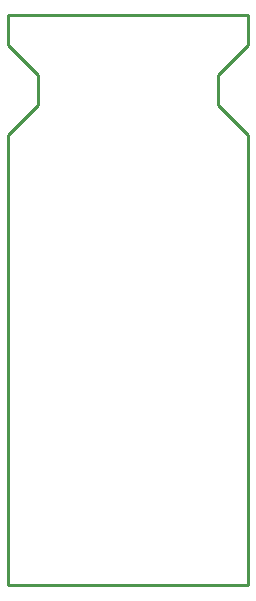
<source format=gbr>
G04 EAGLE Gerber RS-274X export*
G75*
%MOIN*%
%FSLAX34Y34*%
%LPD*%
%IN*%
%IPPOS*%
%AMOC8*
5,1,8,0,0,1.08239X$1,22.5*%
G01*
%ADD10C,0.010000*%


D10*
X14500Y15000D02*
X22520Y15000D01*
X22500Y30000D01*
X21500Y31000D01*
X21500Y32000D01*
X22520Y33020D01*
X22520Y33996D01*
X14500Y33996D01*
X14500Y33000D01*
X15500Y32000D01*
X15500Y31000D01*
X14500Y30000D01*
X14500Y15000D01*
M02*

</source>
